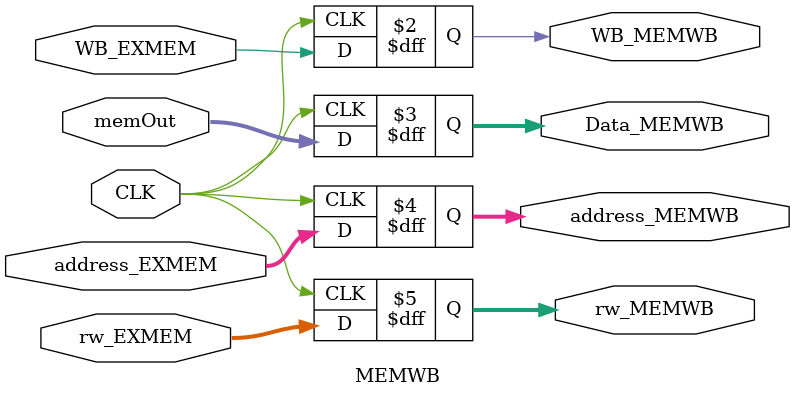
<source format=v>
`timescale 1ns / 1ps
module MEMWB(WB_MEMWB, Data_MEMWB, address_MEMWB, rw_MEMWB, 
					WB_EXMEM, memOut, address_EXMEM, rw_EXMEM, CLK);
	output reg WB_MEMWB; 
	output reg [31:0] Data_MEMWB;
	output reg [5:0] address_MEMWB;
	output reg [4:0] rw_MEMWB;
	
	input WB_EXMEM, CLK;
	input [31:0] memOut;
	input [5:0] address_EXMEM;
	input [4:0] rw_EXMEM;
	
	always @(negedge CLK) begin
		WB_MEMWB <= WB_EXMEM;
		Data_MEMWB <= memOut;
		address_MEMWB <= address_EXMEM;
		rw_MEMWB <= rw_EXMEM;
	end	
endmodule
</source>
